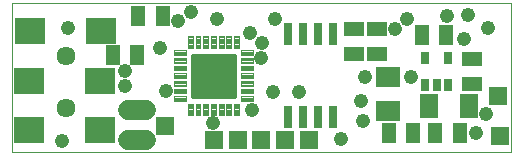
<source format=gts>
G75*
G70*
%OFA0B0*%
%FSLAX24Y24*%
%IPPOS*%
%LPD*%
%AMOC8*
5,1,8,0,0,1.08239X$1,22.5*
%
%ADD10C,0.0000*%
%ADD11R,0.0316X0.0434*%
%ADD12C,0.0040*%
%ADD13C,0.0150*%
%ADD14C,0.0634*%
%ADD15R,0.0986X0.0867*%
%ADD16R,0.0513X0.0671*%
%ADD17C,0.0680*%
%ADD18R,0.0631X0.0789*%
%ADD19R,0.0790X0.0710*%
%ADD20R,0.0671X0.0513*%
%ADD21R,0.0316X0.0749*%
%ADD22R,0.0631X0.0631*%
%ADD23R,0.0592X0.0592*%
%ADD24C,0.0476*%
D10*
X000675Y001220D02*
X000675Y006190D01*
X017307Y006190D01*
X017307Y001220D01*
X000675Y001220D01*
D11*
X014436Y003459D03*
X014810Y003459D03*
X015184Y003459D03*
X015184Y004364D03*
X014436Y004364D03*
D12*
X008694Y004360D02*
X008300Y004360D01*
X008694Y004360D02*
X008694Y004202D01*
X008300Y004202D01*
X008300Y004360D01*
X008300Y004241D02*
X008694Y004241D01*
X008694Y004280D02*
X008300Y004280D01*
X008300Y004319D02*
X008694Y004319D01*
X008694Y004358D02*
X008300Y004358D01*
X008300Y004616D02*
X008694Y004616D01*
X008694Y004458D01*
X008300Y004458D01*
X008300Y004616D01*
X008300Y004497D02*
X008694Y004497D01*
X008694Y004536D02*
X008300Y004536D01*
X008300Y004575D02*
X008694Y004575D01*
X008694Y004614D02*
X008300Y004614D01*
X008222Y005089D02*
X008064Y005089D01*
X008222Y005089D02*
X008222Y004695D01*
X008064Y004695D01*
X008064Y005089D01*
X008064Y004734D02*
X008222Y004734D01*
X008222Y004773D02*
X008064Y004773D01*
X008064Y004812D02*
X008222Y004812D01*
X008222Y004851D02*
X008064Y004851D01*
X008064Y004890D02*
X008222Y004890D01*
X008222Y004929D02*
X008064Y004929D01*
X008064Y004968D02*
X008222Y004968D01*
X008222Y005007D02*
X008064Y005007D01*
X008064Y005046D02*
X008222Y005046D01*
X008222Y005085D02*
X008064Y005085D01*
X007966Y005089D02*
X007808Y005089D01*
X007966Y005089D02*
X007966Y004695D01*
X007808Y004695D01*
X007808Y005089D01*
X007808Y004734D02*
X007966Y004734D01*
X007966Y004773D02*
X007808Y004773D01*
X007808Y004812D02*
X007966Y004812D01*
X007966Y004851D02*
X007808Y004851D01*
X007808Y004890D02*
X007966Y004890D01*
X007966Y004929D02*
X007808Y004929D01*
X007808Y004968D02*
X007966Y004968D01*
X007966Y005007D02*
X007808Y005007D01*
X007808Y005046D02*
X007966Y005046D01*
X007966Y005085D02*
X007808Y005085D01*
X007710Y005089D02*
X007552Y005089D01*
X007710Y005089D02*
X007710Y004695D01*
X007552Y004695D01*
X007552Y005089D01*
X007552Y004734D02*
X007710Y004734D01*
X007710Y004773D02*
X007552Y004773D01*
X007552Y004812D02*
X007710Y004812D01*
X007710Y004851D02*
X007552Y004851D01*
X007552Y004890D02*
X007710Y004890D01*
X007710Y004929D02*
X007552Y004929D01*
X007552Y004968D02*
X007710Y004968D01*
X007710Y005007D02*
X007552Y005007D01*
X007552Y005046D02*
X007710Y005046D01*
X007710Y005085D02*
X007552Y005085D01*
X007454Y005089D02*
X007296Y005089D01*
X007454Y005089D02*
X007454Y004695D01*
X007296Y004695D01*
X007296Y005089D01*
X007296Y004734D02*
X007454Y004734D01*
X007454Y004773D02*
X007296Y004773D01*
X007296Y004812D02*
X007454Y004812D01*
X007454Y004851D02*
X007296Y004851D01*
X007296Y004890D02*
X007454Y004890D01*
X007454Y004929D02*
X007296Y004929D01*
X007296Y004968D02*
X007454Y004968D01*
X007454Y005007D02*
X007296Y005007D01*
X007296Y005046D02*
X007454Y005046D01*
X007454Y005085D02*
X007296Y005085D01*
X007198Y005089D02*
X007040Y005089D01*
X007198Y005089D02*
X007198Y004695D01*
X007040Y004695D01*
X007040Y005089D01*
X007040Y004734D02*
X007198Y004734D01*
X007198Y004773D02*
X007040Y004773D01*
X007040Y004812D02*
X007198Y004812D01*
X007198Y004851D02*
X007040Y004851D01*
X007040Y004890D02*
X007198Y004890D01*
X007198Y004929D02*
X007040Y004929D01*
X007040Y004968D02*
X007198Y004968D01*
X007198Y005007D02*
X007040Y005007D01*
X007040Y005046D02*
X007198Y005046D01*
X007198Y005085D02*
X007040Y005085D01*
X006942Y005089D02*
X006784Y005089D01*
X006942Y005089D02*
X006942Y004695D01*
X006784Y004695D01*
X006784Y005089D01*
X006784Y004734D02*
X006942Y004734D01*
X006942Y004773D02*
X006784Y004773D01*
X006784Y004812D02*
X006942Y004812D01*
X006942Y004851D02*
X006784Y004851D01*
X006784Y004890D02*
X006942Y004890D01*
X006942Y004929D02*
X006784Y004929D01*
X006784Y004968D02*
X006942Y004968D01*
X006942Y005007D02*
X006784Y005007D01*
X006784Y005046D02*
X006942Y005046D01*
X006942Y005085D02*
X006784Y005085D01*
X006687Y005089D02*
X006529Y005089D01*
X006687Y005089D02*
X006687Y004695D01*
X006529Y004695D01*
X006529Y005089D01*
X006529Y004734D02*
X006687Y004734D01*
X006687Y004773D02*
X006529Y004773D01*
X006529Y004812D02*
X006687Y004812D01*
X006687Y004851D02*
X006529Y004851D01*
X006529Y004890D02*
X006687Y004890D01*
X006687Y004929D02*
X006529Y004929D01*
X006529Y004968D02*
X006687Y004968D01*
X006687Y005007D02*
X006529Y005007D01*
X006529Y005046D02*
X006687Y005046D01*
X006687Y005085D02*
X006529Y005085D01*
X006450Y004616D02*
X006056Y004616D01*
X006450Y004616D02*
X006450Y004458D01*
X006056Y004458D01*
X006056Y004616D01*
X006056Y004497D02*
X006450Y004497D01*
X006450Y004536D02*
X006056Y004536D01*
X006056Y004575D02*
X006450Y004575D01*
X006450Y004614D02*
X006056Y004614D01*
X006056Y004360D02*
X006450Y004360D01*
X006450Y004202D01*
X006056Y004202D01*
X006056Y004360D01*
X006056Y004241D02*
X006450Y004241D01*
X006450Y004280D02*
X006056Y004280D01*
X006056Y004319D02*
X006450Y004319D01*
X006450Y004358D02*
X006056Y004358D01*
X006056Y004104D02*
X006450Y004104D01*
X006450Y003946D01*
X006056Y003946D01*
X006056Y004104D01*
X006056Y003985D02*
X006450Y003985D01*
X006450Y004024D02*
X006056Y004024D01*
X006056Y004063D02*
X006450Y004063D01*
X006450Y004102D02*
X006056Y004102D01*
X006056Y003849D02*
X006450Y003849D01*
X006450Y003691D01*
X006056Y003691D01*
X006056Y003849D01*
X006056Y003730D02*
X006450Y003730D01*
X006450Y003769D02*
X006056Y003769D01*
X006056Y003808D02*
X006450Y003808D01*
X006450Y003847D02*
X006056Y003847D01*
X006056Y003593D02*
X006450Y003593D01*
X006450Y003435D01*
X006056Y003435D01*
X006056Y003593D01*
X006056Y003474D02*
X006450Y003474D01*
X006450Y003513D02*
X006056Y003513D01*
X006056Y003552D02*
X006450Y003552D01*
X006450Y003591D02*
X006056Y003591D01*
X006056Y003337D02*
X006450Y003337D01*
X006450Y003179D01*
X006056Y003179D01*
X006056Y003337D01*
X006056Y003218D02*
X006450Y003218D01*
X006450Y003257D02*
X006056Y003257D01*
X006056Y003296D02*
X006450Y003296D01*
X006450Y003335D02*
X006056Y003335D01*
X006056Y003081D02*
X006450Y003081D01*
X006450Y002923D01*
X006056Y002923D01*
X006056Y003081D01*
X006056Y002962D02*
X006450Y002962D01*
X006450Y003001D02*
X006056Y003001D01*
X006056Y003040D02*
X006450Y003040D01*
X006450Y003079D02*
X006056Y003079D01*
X006529Y002844D02*
X006687Y002844D01*
X006687Y002450D01*
X006529Y002450D01*
X006529Y002844D01*
X006529Y002489D02*
X006687Y002489D01*
X006687Y002528D02*
X006529Y002528D01*
X006529Y002567D02*
X006687Y002567D01*
X006687Y002606D02*
X006529Y002606D01*
X006529Y002645D02*
X006687Y002645D01*
X006687Y002684D02*
X006529Y002684D01*
X006529Y002723D02*
X006687Y002723D01*
X006687Y002762D02*
X006529Y002762D01*
X006529Y002801D02*
X006687Y002801D01*
X006687Y002840D02*
X006529Y002840D01*
X006784Y002844D02*
X006942Y002844D01*
X006942Y002450D01*
X006784Y002450D01*
X006784Y002844D01*
X006784Y002489D02*
X006942Y002489D01*
X006942Y002528D02*
X006784Y002528D01*
X006784Y002567D02*
X006942Y002567D01*
X006942Y002606D02*
X006784Y002606D01*
X006784Y002645D02*
X006942Y002645D01*
X006942Y002684D02*
X006784Y002684D01*
X006784Y002723D02*
X006942Y002723D01*
X006942Y002762D02*
X006784Y002762D01*
X006784Y002801D02*
X006942Y002801D01*
X006942Y002840D02*
X006784Y002840D01*
X007040Y002844D02*
X007198Y002844D01*
X007198Y002450D01*
X007040Y002450D01*
X007040Y002844D01*
X007040Y002489D02*
X007198Y002489D01*
X007198Y002528D02*
X007040Y002528D01*
X007040Y002567D02*
X007198Y002567D01*
X007198Y002606D02*
X007040Y002606D01*
X007040Y002645D02*
X007198Y002645D01*
X007198Y002684D02*
X007040Y002684D01*
X007040Y002723D02*
X007198Y002723D01*
X007198Y002762D02*
X007040Y002762D01*
X007040Y002801D02*
X007198Y002801D01*
X007198Y002840D02*
X007040Y002840D01*
X007296Y002844D02*
X007454Y002844D01*
X007454Y002450D01*
X007296Y002450D01*
X007296Y002844D01*
X007296Y002489D02*
X007454Y002489D01*
X007454Y002528D02*
X007296Y002528D01*
X007296Y002567D02*
X007454Y002567D01*
X007454Y002606D02*
X007296Y002606D01*
X007296Y002645D02*
X007454Y002645D01*
X007454Y002684D02*
X007296Y002684D01*
X007296Y002723D02*
X007454Y002723D01*
X007454Y002762D02*
X007296Y002762D01*
X007296Y002801D02*
X007454Y002801D01*
X007454Y002840D02*
X007296Y002840D01*
X007552Y002844D02*
X007710Y002844D01*
X007710Y002450D01*
X007552Y002450D01*
X007552Y002844D01*
X007552Y002489D02*
X007710Y002489D01*
X007710Y002528D02*
X007552Y002528D01*
X007552Y002567D02*
X007710Y002567D01*
X007710Y002606D02*
X007552Y002606D01*
X007552Y002645D02*
X007710Y002645D01*
X007710Y002684D02*
X007552Y002684D01*
X007552Y002723D02*
X007710Y002723D01*
X007710Y002762D02*
X007552Y002762D01*
X007552Y002801D02*
X007710Y002801D01*
X007710Y002840D02*
X007552Y002840D01*
X007808Y002844D02*
X007966Y002844D01*
X007966Y002450D01*
X007808Y002450D01*
X007808Y002844D01*
X007808Y002489D02*
X007966Y002489D01*
X007966Y002528D02*
X007808Y002528D01*
X007808Y002567D02*
X007966Y002567D01*
X007966Y002606D02*
X007808Y002606D01*
X007808Y002645D02*
X007966Y002645D01*
X007966Y002684D02*
X007808Y002684D01*
X007808Y002723D02*
X007966Y002723D01*
X007966Y002762D02*
X007808Y002762D01*
X007808Y002801D02*
X007966Y002801D01*
X007966Y002840D02*
X007808Y002840D01*
X008064Y002844D02*
X008222Y002844D01*
X008222Y002450D01*
X008064Y002450D01*
X008064Y002844D01*
X008064Y002489D02*
X008222Y002489D01*
X008222Y002528D02*
X008064Y002528D01*
X008064Y002567D02*
X008222Y002567D01*
X008222Y002606D02*
X008064Y002606D01*
X008064Y002645D02*
X008222Y002645D01*
X008222Y002684D02*
X008064Y002684D01*
X008064Y002723D02*
X008222Y002723D01*
X008222Y002762D02*
X008064Y002762D01*
X008064Y002801D02*
X008222Y002801D01*
X008222Y002840D02*
X008064Y002840D01*
X008300Y003081D02*
X008694Y003081D01*
X008694Y002923D01*
X008300Y002923D01*
X008300Y003081D01*
X008300Y002962D02*
X008694Y002962D01*
X008694Y003001D02*
X008300Y003001D01*
X008300Y003040D02*
X008694Y003040D01*
X008694Y003079D02*
X008300Y003079D01*
X008300Y003337D02*
X008694Y003337D01*
X008694Y003179D01*
X008300Y003179D01*
X008300Y003337D01*
X008300Y003218D02*
X008694Y003218D01*
X008694Y003257D02*
X008300Y003257D01*
X008300Y003296D02*
X008694Y003296D01*
X008694Y003335D02*
X008300Y003335D01*
X008300Y003593D02*
X008694Y003593D01*
X008694Y003435D01*
X008300Y003435D01*
X008300Y003593D01*
X008300Y003474D02*
X008694Y003474D01*
X008694Y003513D02*
X008300Y003513D01*
X008300Y003552D02*
X008694Y003552D01*
X008694Y003591D02*
X008300Y003591D01*
X008300Y003849D02*
X008694Y003849D01*
X008694Y003691D01*
X008300Y003691D01*
X008300Y003849D01*
X008300Y003730D02*
X008694Y003730D01*
X008694Y003769D02*
X008300Y003769D01*
X008300Y003808D02*
X008694Y003808D01*
X008694Y003847D02*
X008300Y003847D01*
X008300Y004104D02*
X008694Y004104D01*
X008694Y003946D01*
X008300Y003946D01*
X008300Y004104D01*
X008300Y003985D02*
X008694Y003985D01*
X008694Y004024D02*
X008300Y004024D01*
X008300Y004063D02*
X008694Y004063D01*
X008694Y004102D02*
X008300Y004102D01*
D13*
X008048Y004443D02*
X006702Y004443D01*
X008048Y004443D02*
X008048Y003097D01*
X006702Y003097D01*
X006702Y004443D01*
X006702Y003246D02*
X008048Y003246D01*
X008048Y003395D02*
X006702Y003395D01*
X006702Y003544D02*
X008048Y003544D01*
X008048Y003693D02*
X006702Y003693D01*
X006702Y003842D02*
X008048Y003842D01*
X008048Y003991D02*
X006702Y003991D01*
X006702Y004140D02*
X008048Y004140D01*
X008048Y004289D02*
X006702Y004289D01*
X006702Y004438D02*
X008048Y004438D01*
D14*
X002475Y004436D03*
X002475Y002703D03*
D15*
X003596Y001970D03*
X001234Y001970D03*
X001234Y003600D03*
X003596Y003600D03*
X003616Y005270D03*
X001254Y005270D03*
D16*
X004012Y004450D03*
X004839Y004450D03*
X004862Y005770D03*
X005689Y005770D03*
X013212Y001870D03*
X014039Y001870D03*
X014762Y001870D03*
X015589Y001870D03*
X015139Y005120D03*
X014312Y005120D03*
D17*
X005125Y002620D02*
X004525Y002620D01*
X004525Y001620D02*
X005125Y001620D01*
D18*
X014556Y002770D03*
X015895Y002770D03*
D19*
X013205Y002610D03*
X013205Y003729D03*
D20*
X012825Y004506D03*
X012075Y004506D03*
X012075Y005333D03*
X012825Y005333D03*
X016005Y004333D03*
X016005Y003506D03*
D21*
X011375Y002389D03*
X010875Y002389D03*
X010375Y002389D03*
X009875Y002389D03*
X009875Y005169D03*
X010375Y005169D03*
X010875Y005169D03*
X011375Y005169D03*
D22*
X010545Y001620D03*
X009757Y001620D03*
X008970Y001620D03*
X008183Y001620D03*
X007395Y001620D03*
D23*
X005755Y002100D03*
X016875Y003090D03*
X016915Y001760D03*
D24*
X016115Y001870D03*
X016465Y002480D03*
X013975Y003730D03*
X012425Y003720D03*
X012305Y002930D03*
X012345Y002250D03*
X011635Y001650D03*
X010225Y003240D03*
X009375Y003220D03*
X008675Y002620D03*
X007375Y002190D03*
X005777Y003258D03*
X004425Y003420D03*
X004425Y003920D03*
X005595Y004700D03*
X006195Y005600D03*
X006625Y005880D03*
X007485Y005670D03*
X008605Y005190D03*
X008995Y004870D03*
X008975Y004370D03*
X009425Y005670D03*
X013425Y005320D03*
X013835Y005660D03*
X015165Y005770D03*
X015845Y005800D03*
X016525Y005370D03*
X015715Y004980D03*
X002525Y005370D03*
X002325Y001610D03*
M02*

</source>
